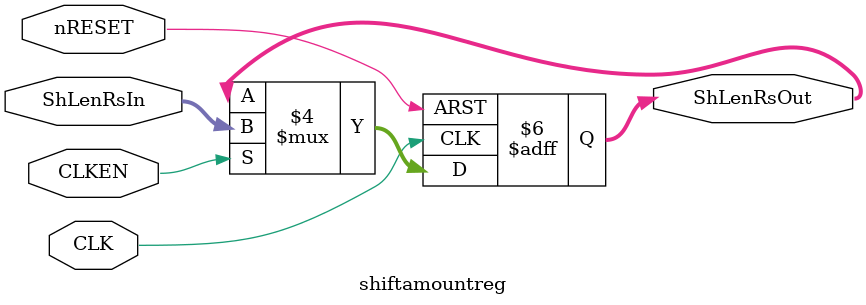
<source format=v>


module shiftamountreg(
   nRESET,
   CLK,
   CLKEN,
   ShLenRsIn,
   ShLenRsOut
);
   // Clock and reset 
   input        nRESET;
   input        CLK;
   input        CLKEN;
   // Data signals 
   input [7:0]  ShLenRsIn;		// Shift amount for register shift (value of Rs[7..0])  
   output [7:0] ShLenRsOut;
   reg [7:0]    ShLenRsOut;
   
   
   
   always @(negedge nRESET or posedge CLK)
   begin: ShAmRg
      if (nRESET == 1'b0)		// Reset 
         ShLenRsOut <= {8{1'b0}};
      else 		// Clock	 
      begin
         if (CLKEN == 1'b1)		// Clock enable	  
            ShLenRsOut <= ShLenRsIn;
      end
   end
   
endmodule

</source>
